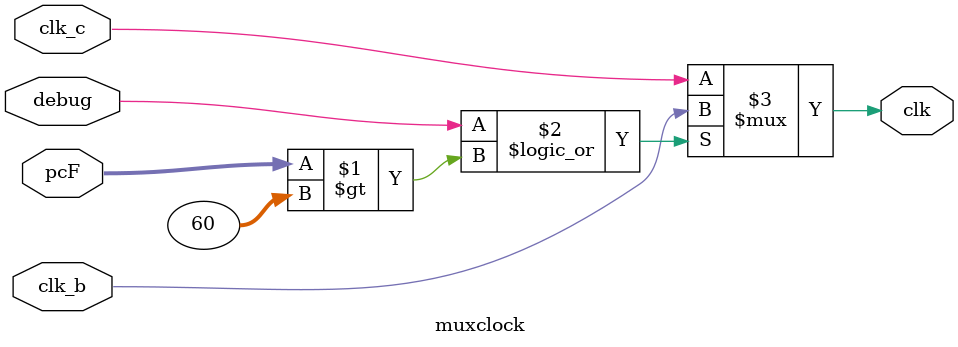
<source format=sv>

module muxclock
(
	input logic clk_c, clk_b,
	input logic debug,
	output logic clk,
	input logic [31:0] pcF
);
												
	assign clk = debug || pcF > 60 ? clk_b : clk_c;
	
endmodule
</source>
